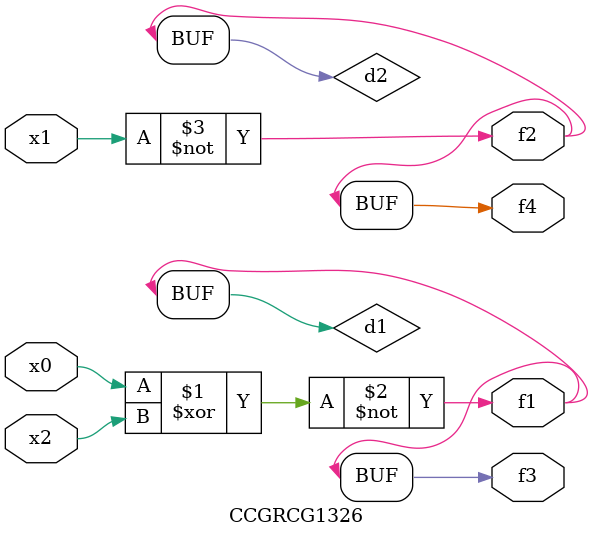
<source format=v>
module CCGRCG1326(
	input x0, x1, x2,
	output f1, f2, f3, f4
);

	wire d1, d2, d3;

	xnor (d1, x0, x2);
	nand (d2, x1);
	nor (d3, x1, x2);
	assign f1 = d1;
	assign f2 = d2;
	assign f3 = d1;
	assign f4 = d2;
endmodule

</source>
